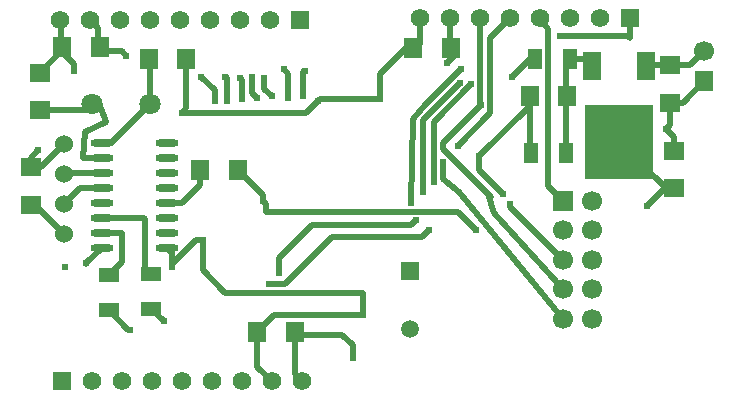
<source format=gbl>
G04 Layer: BottomLayer*
G04 EasyEDA v6.5.22, 2023-04-01 07:59:08*
G04 7fe897ac635649ec9317f66c388b8081,f086b915ab1b43d4b1f8ac0bdbc02707,10*
G04 Gerber Generator version 0.2*
G04 Scale: 100 percent, Rotated: No, Reflected: No *
G04 Dimensions in millimeters *
G04 leading zeros omitted , absolute positions ,4 integer and 5 decimal *
%FSLAX45Y45*%
%MOMM*%

%AMMACRO1*21,1,$1,$2,0,0,$3*%
%ADD10C,0.5000*%
%ADD11R,1.7280X1.4850*%
%ADD12MACRO1,1.728X1.485X0.0000*%
%ADD13MACRO1,6.2X5.7X90.0000*%
%ADD14MACRO1,2.3X1.6X90.0000*%
%ADD15MACRO1,1.728X1.485X-90.0000*%
%ADD16MACRO1,1.701X1.2075X90.0000*%
%ADD17MACRO1,1.701X1.2075X-90.0000*%
%ADD18MACRO1,1.728X1.485X90.0000*%
%ADD19R,1.7010X1.2075*%
%ADD20MACRO1,1.701X1.2075X0.0000*%
%ADD21O,1.9709892X0.6020054*%
%ADD22C,1.8000*%
%ADD23R,1.5748X1.7000*%
%ADD24C,1.7000*%
%ADD25C,1.5240*%
%ADD26C,1.5748*%
%ADD27R,1.5748X1.5748*%
%ADD28R,1.5000X1.5000*%
%ADD29C,1.5000*%
%ADD30R,1.8000X1.7000*%
%ADD31C,0.6096*%
%ADD32C,0.0100*%

%LPD*%
D10*
X1910842Y673100D02*
G01*
X1910842Y882142D01*
X2133600Y1104900D01*
X2221483Y1104900D01*
X3526028Y1016000D02*
G01*
X3487928Y1016000D01*
X3487928Y215900D01*
X-438657Y177800D02*
G01*
X-596900Y177800D01*
X-584200Y393700D01*
X-406400Y482600D01*
X-444500Y596900D01*
X-523494Y635000D01*
X152400Y-721474D02*
G01*
X353174Y-520700D01*
X412242Y-520700D01*
X-438657Y-584200D02*
G01*
X-571500Y-717042D01*
X-571500Y-723900D01*
X108457Y-584200D02*
G01*
X152400Y-628142D01*
X152400Y-749300D01*
X-977900Y241300D02*
G01*
X-1041400Y177800D01*
X-1041400Y95757D01*
X-762000Y-469900D02*
G01*
X-1009142Y-222757D01*
X-1041400Y-222757D01*
X-762000Y292100D02*
G01*
X-958342Y95757D01*
X-1041400Y95757D01*
X-438657Y-76200D02*
G01*
X-622300Y-76200D01*
X-762000Y-215900D01*
X-762000Y38100D02*
G01*
X-749300Y50800D01*
X-438657Y50800D01*
X-438657Y-457200D02*
G01*
X-266700Y-457200D01*
X-266700Y-703021D01*
X-381000Y-817321D01*
X-381000Y-1113078D02*
G01*
X-215559Y-1278519D01*
X-205877Y-1278519D01*
X-25400Y-804621D02*
G01*
X-76200Y-753821D01*
X-76200Y-342900D01*
X-88900Y-330200D01*
X-438657Y-330200D01*
X83164Y-1205377D02*
G01*
X-21833Y-1100378D01*
X-25400Y-1100378D01*
X-965200Y895857D02*
G01*
X-775715Y1085342D01*
X-775715Y1117600D01*
X-523389Y635000D02*
G01*
X-581047Y577342D01*
X-965200Y577342D01*
X-35407Y635000D02*
G01*
X-365607Y304800D01*
X-438657Y304800D01*
X108457Y-203200D02*
G01*
X241300Y-203200D01*
X392684Y-51815D01*
X392684Y76200D01*
X-44957Y1016000D02*
G01*
X-35407Y1006449D01*
X-35407Y635000D01*
X234442Y558800D02*
G01*
X273557Y597915D01*
X273557Y1016000D01*
X711200Y76200D02*
G01*
X922489Y-135089D01*
X922489Y-191000D01*
X2825242Y-127000D02*
G01*
X2876042Y-292100D01*
X3462273Y-935736D01*
X2444242Y279400D02*
G01*
X2444242Y254000D01*
X2850642Y-152400D01*
X3462248Y-1185798D02*
G01*
X2583942Y-114300D01*
X2444242Y0D01*
X2444242Y139700D01*
X2215642Y-352300D02*
G01*
X2174242Y-393700D01*
X1339342Y-393700D01*
X1059942Y-673100D01*
X1059942Y-800100D01*
X2329942Y-431800D02*
G01*
X2266442Y-495300D01*
X1504442Y-495300D01*
X1110742Y-889000D01*
X971042Y-889000D01*
X1771142Y-1155700D02*
G01*
X1014984Y-1155700D01*
X875284Y-1295400D01*
X922489Y-191000D02*
G01*
X945642Y-214152D01*
X945642Y-279400D01*
X2723642Y-431800D02*
G01*
X2571242Y-279400D01*
X945642Y-279400D01*
X1771142Y-1155700D02*
G01*
X1771142Y-965200D01*
X602742Y-965200D01*
X412242Y-774700D01*
X412242Y-520700D01*
X1193800Y-1295400D02*
G01*
X1219200Y-1320800D01*
X1593342Y-1320800D01*
X1682170Y-1409628D01*
X1682170Y-1518086D01*
X996442Y-1714500D02*
G01*
X875284Y-1593342D01*
X875284Y-1295400D01*
X1250442Y-1714500D02*
G01*
X1193800Y-1657857D01*
X1193800Y-1295400D01*
X3441700Y1206500D02*
G01*
X4019042Y1206500D01*
X4031742Y1193800D01*
X4031742Y1358900D01*
X2177542Y-203200D02*
G01*
X2190242Y508000D01*
X2304542Y635000D01*
X2596642Y927100D01*
X2279142Y-114300D02*
G01*
X2279142Y495300D01*
X2593914Y810072D01*
X2368042Y-25400D02*
G01*
X2368042Y482600D01*
X2685542Y800100D01*
X2444242Y279400D02*
G01*
X2444242Y297942D01*
X2768600Y622300D01*
X2761742Y629157D01*
X2761742Y1358900D01*
X2221483Y1104900D02*
G01*
X2221483Y1110742D01*
X2253742Y1143000D01*
X2253742Y1358900D01*
X2540000Y1104900D02*
G01*
X2507742Y1137157D01*
X2507742Y1358900D01*
X2482342Y977900D02*
G01*
X2540000Y1035557D01*
X2540000Y1104900D01*
X-540257Y1346200D02*
G01*
X-469900Y1275842D01*
X-469900Y1079500D01*
X-794257Y1346200D02*
G01*
X-788415Y1340357D01*
X-788415Y1079500D01*
X-788415Y1079500D02*
G01*
X-679957Y971042D01*
X-679957Y914400D01*
X-235021Y1040963D02*
G01*
X-273557Y1079500D01*
X-469900Y1079500D01*
X1390142Y660400D02*
G01*
X1288542Y558800D01*
X234442Y558800D01*
X399542Y863600D02*
G01*
X513842Y749300D01*
X513842Y660400D01*
X602742Y863600D02*
G01*
X615442Y850900D01*
X615442Y660400D01*
X729742Y850900D02*
G01*
X742442Y838200D01*
X742442Y673100D01*
X869442Y685800D02*
G01*
X831342Y723900D01*
X831342Y863600D01*
X996442Y698500D02*
G01*
X932942Y762000D01*
X932942Y850900D01*
X1098042Y927100D02*
G01*
X1136142Y889000D01*
X1136142Y685800D01*
X1275842Y914400D02*
G01*
X1263142Y901700D01*
X1263142Y698500D01*
X2952242Y-127000D02*
G01*
X2755900Y69342D01*
X2755900Y190500D01*
X1390142Y660400D02*
G01*
X1402842Y673100D01*
X1910842Y673100D01*
X3462248Y-685800D02*
G01*
X3015742Y-239293D01*
X3015742Y-215900D01*
X4166006Y956690D02*
G01*
X4168673Y959357D01*
X4368800Y959357D01*
X4368800Y959357D02*
G01*
X4540757Y959357D01*
X4660900Y1079500D01*
X3192226Y215900D02*
G01*
X3180842Y227284D01*
X3180842Y698500D01*
X2755900Y190500D02*
G01*
X3180842Y615442D01*
X3180842Y698500D01*
X4368800Y640842D02*
G01*
X4476242Y640842D01*
X4660900Y825500D01*
X4660900Y825500D01*
X3707991Y956741D02*
G01*
X3648732Y1016000D01*
X3526078Y1016000D01*
X3487973Y215900D02*
G01*
X3487973Y698500D01*
X3499357Y698500D01*
X2571242Y279400D02*
G01*
X2844800Y552957D01*
X2844800Y1187957D01*
X3015742Y1358900D01*
X3462273Y-185673D02*
G01*
X3340100Y-63754D01*
X3340100Y1270000D01*
X3269742Y1358900D01*
X4335424Y420217D02*
G01*
X4368800Y453593D01*
X4368800Y640842D01*
X4406900Y235457D02*
G01*
X4406900Y348742D01*
X4335424Y420217D01*
X3937000Y313245D02*
G01*
X4333303Y-83057D01*
X4406900Y-83057D01*
X4406900Y-83057D02*
G01*
X4323859Y-83057D01*
X4171442Y-235475D01*
X3035300Y863600D02*
G01*
X3187700Y1016000D01*
X3230321Y1016000D01*
D11*
G01*
X4406900Y235457D03*
D12*
G01*
X4406900Y-83050D03*
D13*
G01*
X3937000Y313245D03*
D14*
G01*
X3708001Y956744D03*
G01*
X4165998Y956693D03*
D11*
G01*
X4368800Y959357D03*
D12*
G01*
X4368800Y640849D03*
D15*
G01*
X3499350Y698500D03*
G01*
X3180849Y698500D03*
D16*
G01*
X3230323Y1016000D03*
G01*
X3526076Y1016000D03*
D17*
G01*
X3487976Y215900D03*
G01*
X3192223Y215900D03*
D18*
G01*
X-775708Y1117600D03*
G01*
X-457207Y1117600D03*
D15*
G01*
X711192Y76200D03*
G01*
X392691Y76200D03*
D19*
G01*
X-25400Y-1100378D03*
D20*
G01*
X-25400Y-804623D03*
D21*
G01*
X-438657Y-584200D03*
G01*
X-438657Y-457200D03*
G01*
X-438657Y-330200D03*
G01*
X-438657Y-203200D03*
G01*
X-438657Y-76200D03*
G01*
X-438657Y50800D03*
G01*
X-438657Y177800D03*
G01*
X-438657Y304800D03*
G01*
X108457Y-584200D03*
G01*
X108457Y-457200D03*
G01*
X108457Y-330200D03*
G01*
X108457Y-203200D03*
G01*
X108457Y-76200D03*
G01*
X108457Y50800D03*
G01*
X108457Y177800D03*
G01*
X108457Y304800D03*
D15*
G01*
X1193792Y-1295400D03*
G01*
X875291Y-1295400D03*
D18*
G01*
X2196091Y1104900D03*
G01*
X2514592Y1104900D03*
D11*
G01*
X-1041400Y-222757D03*
D12*
G01*
X-1041400Y95750D03*
D11*
G01*
X-965200Y577342D03*
D12*
G01*
X-965200Y895850D03*
D18*
G01*
X-44950Y1016000D03*
G01*
X273550Y1016000D03*
D19*
G01*
X-381000Y-1113078D03*
D20*
G01*
X-381000Y-817323D03*
D22*
G01*
X-523392Y635000D03*
G01*
X-35407Y635000D03*
D23*
G01*
X4660900Y825500D03*
D24*
G01*
X4660900Y1079500D03*
D25*
G01*
X-762000Y292100D03*
G01*
X-762000Y38100D03*
G01*
X-762000Y-215900D03*
G01*
X-762000Y-469900D03*
D26*
G01*
X1250442Y-1714500D03*
G01*
X996442Y-1714500D03*
G01*
X742442Y-1714500D03*
G01*
X488442Y-1714500D03*
G01*
X234442Y-1714500D03*
G01*
X-19557Y-1714500D03*
G01*
X-273557Y-1714500D03*
G01*
X-527557Y-1714500D03*
D27*
G01*
X-781557Y-1714500D03*
G01*
X4031742Y1358900D03*
D26*
G01*
X3777742Y1358900D03*
G01*
X3523742Y1358900D03*
G01*
X3269742Y1358900D03*
G01*
X3015742Y1358900D03*
G01*
X2761742Y1358900D03*
G01*
X2507742Y1358900D03*
G01*
X2253742Y1358900D03*
D28*
G01*
X2164842Y-784707D03*
D29*
G01*
X2164842Y-1272692D03*
D24*
G01*
X3712235Y-185801D03*
G01*
X3462248Y-435813D03*
G01*
X3712235Y-435813D03*
G01*
X3462248Y-685800D03*
G01*
X3712235Y-685800D03*
G01*
X3462248Y-935812D03*
G01*
X3712235Y-935812D03*
G01*
X3462248Y-1185798D03*
G01*
X3712235Y-1185798D03*
D30*
G01*
X3462248Y-185801D03*
D26*
G01*
X-794257Y1346200D03*
G01*
X-540257Y1346200D03*
G01*
X-286257Y1346200D03*
G01*
X-32257Y1346200D03*
G01*
X221742Y1346200D03*
G01*
X475742Y1346200D03*
G01*
X729742Y1346200D03*
G01*
X983742Y1346200D03*
D27*
G01*
X1237742Y1346200D03*
D31*
G01*
X2444242Y279400D03*
G01*
X2444242Y139700D03*
G01*
X3015742Y-215900D03*
G01*
X2723642Y-431800D03*
G01*
X922502Y-191007D03*
G01*
X1771142Y-1155700D03*
G01*
X412242Y-520700D03*
G01*
X2952242Y-127000D03*
G01*
X1390142Y660400D03*
G01*
X1910842Y673100D03*
G01*
X2755900Y190500D03*
G01*
X1275842Y914400D03*
G01*
X1098042Y927100D03*
G01*
X1136142Y685800D03*
G01*
X1263142Y698500D03*
G01*
X932942Y850900D03*
G01*
X996442Y698500D03*
G01*
X869442Y685800D03*
G01*
X831342Y863600D03*
G01*
X729742Y850900D03*
G01*
X742442Y673100D03*
G01*
X615442Y660400D03*
G01*
X602742Y863600D03*
G01*
X399542Y863600D03*
G01*
X513842Y660400D03*
G01*
X234442Y558800D03*
G01*
X-235026Y1040968D03*
G01*
X-679957Y914400D03*
G01*
X2482342Y977900D03*
G01*
X2571242Y279400D03*
G01*
X2368042Y-25400D03*
G01*
X2279142Y-114300D03*
G01*
X2177542Y-203200D03*
G01*
X2685542Y800100D03*
G01*
X2593924Y810082D03*
G01*
X2596642Y927100D03*
G01*
X3441700Y1206500D03*
G01*
X2768600Y622300D03*
G01*
X1682165Y-1518081D03*
G01*
X2215642Y-352297D03*
G01*
X2329942Y-431800D03*
G01*
X971042Y-889000D03*
G01*
X1059942Y-800100D03*
G01*
X83159Y-1205382D03*
G01*
X-205867Y-1278534D03*
G01*
X-749300Y-749300D03*
G01*
X-977900Y241300D03*
G01*
X152400Y-749300D03*
G01*
X-571500Y-717042D03*
G01*
X3035300Y863600D03*
G01*
X4335424Y420217D03*
G01*
X4171442Y-235483D03*
M02*

</source>
